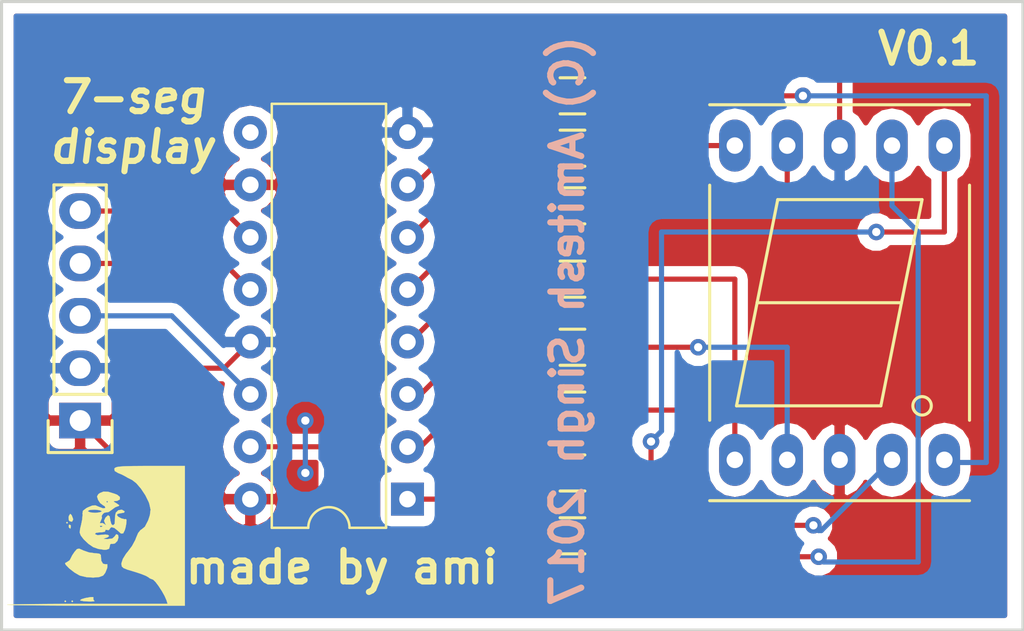
<source format=kicad_pcb>
(kicad_pcb (version 20160815) (host pcbnew "(2017-01-24 revision 0b6147e)-makepkg")

  (general
    (links 25)
    (no_connects 0)
    (area 109.144999 76.124999 158.825001 106.755001)
    (thickness 1.6)
    (drawings 7)
    (tracks 107)
    (zones 0)
    (modules 12)
    (nets 23)
  )

  (page A4)
  (title_block
    (title "7 segment display breakout")
    (date 2017-01-27)
    (rev 0.01)
    (company "Amitesh Singh")
  )

  (layers
    (0 F.Cu signal)
    (31 B.Cu signal)
    (32 B.Adhes user)
    (33 F.Adhes user)
    (34 B.Paste user)
    (35 F.Paste user)
    (36 B.SilkS user)
    (37 F.SilkS user)
    (38 B.Mask user)
    (39 F.Mask user)
    (40 Dwgs.User user)
    (41 Cmts.User user)
    (42 Eco1.User user)
    (43 Eco2.User user)
    (44 Edge.Cuts user)
    (45 Margin user)
    (46 B.CrtYd user)
    (47 F.CrtYd user)
    (48 B.Fab user)
    (49 F.Fab user)
  )

  (setup
    (last_trace_width 0.25)
    (trace_clearance 0.2)
    (zone_clearance 0.508)
    (zone_45_only no)
    (trace_min 0.2)
    (segment_width 0.2)
    (edge_width 0.15)
    (via_size 0.8)
    (via_drill 0.4)
    (via_min_size 0.4)
    (via_min_drill 0.3)
    (uvia_size 0.3)
    (uvia_drill 0.1)
    (uvias_allowed no)
    (uvia_min_size 0.2)
    (uvia_min_drill 0.1)
    (pcb_text_width 0.3)
    (pcb_text_size 1.5 1.5)
    (mod_edge_width 0.15)
    (mod_text_size 1 1)
    (mod_text_width 0.15)
    (pad_size 1.524 1.524)
    (pad_drill 0.762)
    (pad_to_mask_clearance 0.2)
    (aux_axis_origin 0 0)
    (grid_origin 105.156 73.914)
    (visible_elements 7FFFFFFF)
    (pcbplotparams
      (layerselection 0x3ffff_ffffffff)
      (usegerberextensions true)
      (excludeedgelayer true)
      (linewidth 0.100000)
      (plotframeref false)
      (viasonmask false)
      (mode 1)
      (useauxorigin false)
      (hpglpennumber 1)
      (hpglpenspeed 20)
      (hpglpendiameter 15)
      (psnegative false)
      (psa4output false)
      (plotreference true)
      (plotvalue true)
      (plotinvisibletext false)
      (padsonsilk false)
      (subtractmaskfromsilk false)
      (outputformat 1)
      (mirror false)
      (drillshape 0)
      (scaleselection 1)
      (outputdirectory gerbers/))
  )

  (net 0 "")
  (net 1 /DATA)
  (net 2 /CLOCK)
  (net 3 /LATCH)
  (net 4 GND)
  (net 5 VCC)
  (net 6 "Net-(R1-Pad2)")
  (net 7 /seg7)
  (net 8 /seg6)
  (net 9 "Net-(R2-Pad2)")
  (net 10 "Net-(R3-Pad2)")
  (net 11 /seg5)
  (net 12 /seg4)
  (net 13 "Net-(R4-Pad2)")
  (net 14 "Net-(R5-Pad2)")
  (net 15 /seg3)
  (net 16 /seg2)
  (net 17 "Net-(R6-Pad2)")
  (net 18 "Net-(R7-Pad2)")
  (net 19 /seg1)
  (net 20 /seg0)
  (net 21 "Net-(R8-Pad2)")
  (net 22 "Net-(U1-Pad9)")

  (net_class Default "This is the default net class."
    (clearance 0.2)
    (trace_width 0.25)
    (via_dia 0.8)
    (via_drill 0.4)
    (uvia_dia 0.3)
    (uvia_drill 0.1)
    (add_net /CLOCK)
    (add_net /DATA)
    (add_net /LATCH)
    (add_net /seg0)
    (add_net /seg1)
    (add_net /seg2)
    (add_net /seg3)
    (add_net /seg4)
    (add_net /seg5)
    (add_net /seg6)
    (add_net /seg7)
    (add_net GND)
    (add_net "Net-(R1-Pad2)")
    (add_net "Net-(R2-Pad2)")
    (add_net "Net-(R3-Pad2)")
    (add_net "Net-(R4-Pad2)")
    (add_net "Net-(R5-Pad2)")
    (add_net "Net-(R6-Pad2)")
    (add_net "Net-(R7-Pad2)")
    (add_net "Net-(R8-Pad2)")
    (add_net "Net-(U1-Pad9)")
    (add_net VCC)
  )

  (module Displays_7-Segment:7SegmentLED_LTS6760_LTS6780 (layer F.Cu) (tedit 588B8C40) (tstamp 588B71C0)
    (at 149.86 90.805)
    (path /588A3D59)
    (fp_text reference S1 (at -0.254 -0.381) (layer F.SilkS) hide
      (effects (font (size 1 1) (thickness 0.15)))
    )
    (fp_text value 7SEGM (at 0.254 3.937) (layer F.Fab) hide
      (effects (font (size 1 1) (thickness 0.15)))
    )
    (fp_line (start -6.3 -9.6) (end 6.3 -9.6) (layer F.SilkS) (width 0.15))
    (fp_line (start 6.3 -5.7) (end 6.3 5.7) (layer F.SilkS) (width 0.15))
    (fp_line (start -6.3 -5.7) (end -6.3 5.7) (layer F.SilkS) (width 0.15))
    (fp_line (start 6.3 9.6) (end -6.3 9.6) (layer F.SilkS) (width 0.15))
    (fp_line (start -3 -5) (end 4 -5) (layer F.SilkS) (width 0.15))
    (fp_line (start 3 0) (end -4 0) (layer F.SilkS) (width 0.15))
    (fp_line (start 4 -5) (end 3 0) (layer F.SilkS) (width 0.15))
    (fp_line (start 2 5) (end 3 0) (layer F.SilkS) (width 0.15))
    (fp_line (start -5 5) (end 2 5) (layer F.SilkS) (width 0.15))
    (fp_line (start -4 0) (end -5 5) (layer F.SilkS) (width 0.15))
    (fp_line (start -3 -5) (end -4 0) (layer F.SilkS) (width 0.15))
    (fp_circle (center 4 5) (end 4.4 5.2) (layer F.SilkS) (width 0.15))
    (pad 10 thru_hole oval (at -5.08 -7.62) (size 1.524 2.524) (drill 0.8) (layers *.Cu *.Mask)
      (net 9 "Net-(R2-Pad2)"))
    (pad 9 thru_hole oval (at -2.54 -7.62) (size 1.524 2.524) (drill 0.8) (layers *.Cu *.Mask)
      (net 10 "Net-(R3-Pad2)"))
    (pad 8 thru_hole oval (at 0 -7.62) (size 1.524 2.524) (drill 0.8) (layers *.Cu *.Mask)
      (net 4 GND))
    (pad 7 thru_hole oval (at 2.54 -7.62) (size 1.524 2.524) (drill 0.8) (layers *.Cu *.Mask)
      (net 21 "Net-(R8-Pad2)"))
    (pad 6 thru_hole oval (at 5.08 -7.62) (size 1.524 2.524) (drill 0.8) (layers *.Cu *.Mask)
      (net 18 "Net-(R7-Pad2)"))
    (pad 5 thru_hole oval (at 5.08 7.62) (size 1.524 2.524) (drill 0.8) (layers *.Cu *.Mask)
      (net 6 "Net-(R1-Pad2)"))
    (pad 4 thru_hole oval (at 2.54 7.62) (size 1.524 2.524) (drill 0.8) (layers *.Cu *.Mask)
      (net 17 "Net-(R6-Pad2)"))
    (pad 3 thru_hole oval (at 0 7.62) (size 1.524 2.524) (drill 0.8) (layers *.Cu *.Mask)
      (net 5 VCC))
    (pad 2 thru_hole oval (at -2.54 7.62) (size 1.524 2.524) (drill 0.8) (layers *.Cu *.Mask)
      (net 14 "Net-(R5-Pad2)"))
    (pad 1 thru_hole oval (at -5.08 7.62) (size 1.524 2.524) (drill 0.8) (layers *.Cu *.Mask)
      (net 13 "Net-(R4-Pad2)"))
    (model Displays_7-Segment.3dshapes/7SegmentLED_LTS6760_LTS6780.wrl
      (at (xyz 0 0 0))
      (scale (xyz 0.3937 0.3937 0.3937))
      (rotate (xyz 0 0 0))
    )
  )

  (module Housings_DIP:DIP-16_W7.62mm (layer F.Cu) (tedit 588B8D06) (tstamp 588B71D4)
    (at 128.905 100.33 180)
    (descr "16-lead dip package, row spacing 7.62 mm (300 mils)")
    (tags "DIL DIP PDIP 2.54mm 7.62mm 300mil")
    (path /588A3EED)
    (fp_text reference U1 (at 3.81 -2.39 180) (layer F.SilkS) hide
      (effects (font (size 1 1) (thickness 0.15)))
    )
    (fp_text value 74HC595 (at 3.81 20.17 180) (layer F.Fab)
      (effects (font (size 1 1) (thickness 0.15)))
    )
    (fp_line (start 8.7 -1.6) (end -1.1 -1.6) (layer F.CrtYd) (width 0.05))
    (fp_line (start 8.7 19.3) (end 8.7 -1.6) (layer F.CrtYd) (width 0.05))
    (fp_line (start -1.1 19.3) (end 8.7 19.3) (layer F.CrtYd) (width 0.05))
    (fp_line (start -1.1 -1.6) (end -1.1 19.3) (layer F.CrtYd) (width 0.05))
    (fp_line (start 6.58 -1.39) (end 4.81 -1.39) (layer F.SilkS) (width 0.12))
    (fp_line (start 6.58 19.17) (end 6.58 -1.39) (layer F.SilkS) (width 0.12))
    (fp_line (start 1.04 19.17) (end 6.58 19.17) (layer F.SilkS) (width 0.12))
    (fp_line (start 1.04 -1.39) (end 1.04 19.17) (layer F.SilkS) (width 0.12))
    (fp_line (start 2.81 -1.39) (end 1.04 -1.39) (layer F.SilkS) (width 0.12))
    (fp_line (start 0.635 -0.27) (end 1.635 -1.27) (layer F.Fab) (width 0.1))
    (fp_line (start 0.635 19.05) (end 0.635 -0.27) (layer F.Fab) (width 0.1))
    (fp_line (start 6.985 19.05) (end 0.635 19.05) (layer F.Fab) (width 0.1))
    (fp_line (start 6.985 -1.27) (end 6.985 19.05) (layer F.Fab) (width 0.1))
    (fp_line (start 1.635 -1.27) (end 6.985 -1.27) (layer F.Fab) (width 0.1))
    (fp_arc (start 3.81 -1.39) (end 2.81 -1.39) (angle -180) (layer F.SilkS) (width 0.12))
    (pad 16 thru_hole oval (at 7.62 0 180) (size 1.6 1.6) (drill 0.8) (layers *.Cu *.Mask)
      (net 5 VCC))
    (pad 8 thru_hole oval (at 0 17.78 180) (size 1.6 1.6) (drill 0.8) (layers *.Cu *.Mask)
      (net 4 GND))
    (pad 15 thru_hole oval (at 7.62 2.54 180) (size 1.6 1.6) (drill 0.8) (layers *.Cu *.Mask)
      (net 20 /seg0))
    (pad 7 thru_hole oval (at 0 15.24 180) (size 1.6 1.6) (drill 0.8) (layers *.Cu *.Mask)
      (net 7 /seg7))
    (pad 14 thru_hole oval (at 7.62 5.08 180) (size 1.6 1.6) (drill 0.8) (layers *.Cu *.Mask)
      (net 3 /LATCH))
    (pad 6 thru_hole oval (at 0 12.7 180) (size 1.6 1.6) (drill 0.8) (layers *.Cu *.Mask)
      (net 8 /seg6))
    (pad 13 thru_hole oval (at 7.62 7.62 180) (size 1.6 1.6) (drill 0.8) (layers *.Cu *.Mask)
      (net 4 GND))
    (pad 5 thru_hole oval (at 0 10.16 180) (size 1.6 1.6) (drill 0.8) (layers *.Cu *.Mask)
      (net 11 /seg5))
    (pad 12 thru_hole oval (at 7.62 10.16 180) (size 1.6 1.6) (drill 0.8) (layers *.Cu *.Mask)
      (net 2 /CLOCK))
    (pad 4 thru_hole oval (at 0 7.62 180) (size 1.6 1.6) (drill 0.8) (layers *.Cu *.Mask)
      (net 12 /seg4))
    (pad 11 thru_hole oval (at 7.62 12.7 180) (size 1.6 1.6) (drill 0.8) (layers *.Cu *.Mask)
      (net 1 /DATA))
    (pad 3 thru_hole oval (at 0 5.08 180) (size 1.6 1.6) (drill 0.8) (layers *.Cu *.Mask)
      (net 15 /seg3))
    (pad 10 thru_hole oval (at 7.62 15.24 180) (size 1.6 1.6) (drill 0.8) (layers *.Cu *.Mask)
      (net 5 VCC))
    (pad 2 thru_hole oval (at 0 2.54 180) (size 1.6 1.6) (drill 0.8) (layers *.Cu *.Mask)
      (net 16 /seg2))
    (pad 9 thru_hole oval (at 7.62 17.78 180) (size 1.6 1.6) (drill 0.8) (layers *.Cu *.Mask)
      (net 22 "Net-(U1-Pad9)"))
    (pad 1 thru_hole rect (at 0 0 180) (size 1.6 1.6) (drill 0.8) (layers *.Cu *.Mask)
      (net 19 /seg1))
    (model Housings_DIP.3dshapes/DIP-16_W7.62mm.wrl
      (at (xyz 0 0 0))
      (scale (xyz 1 1 1))
      (rotate (xyz 0 0 0))
    )
  )

  (module Socket_Strips:Socket_Strip_Straight_1x05 (layer F.Cu) (tedit 588B8D11) (tstamp 588B7182)
    (at 113.03 96.52 90)
    (descr "Through hole socket strip")
    (tags "socket strip")
    (path /588A3BE1)
    (fp_text reference P1 (at -2.54 0 180) (layer F.SilkS) hide
      (effects (font (size 1 1) (thickness 0.15)))
    )
    (fp_text value CONN_01X05 (at 12.7 2.54 180) (layer F.Fab) hide
      (effects (font (size 1 1) (thickness 0.15)))
    )
    (fp_line (start -1.55 -1.55) (end -1.55 1.55) (layer F.SilkS) (width 0.15))
    (fp_line (start 0 -1.55) (end -1.55 -1.55) (layer F.SilkS) (width 0.15))
    (fp_line (start 1.27 1.27) (end 1.27 -1.27) (layer F.SilkS) (width 0.15))
    (fp_line (start -1.55 1.55) (end 0 1.55) (layer F.SilkS) (width 0.15))
    (fp_line (start 11.43 -1.27) (end 1.27 -1.27) (layer F.SilkS) (width 0.15))
    (fp_line (start 11.43 1.27) (end 11.43 -1.27) (layer F.SilkS) (width 0.15))
    (fp_line (start 1.27 1.27) (end 11.43 1.27) (layer F.SilkS) (width 0.15))
    (fp_line (start -1.75 1.75) (end 11.95 1.75) (layer F.CrtYd) (width 0.05))
    (fp_line (start -1.75 -1.75) (end 11.95 -1.75) (layer F.CrtYd) (width 0.05))
    (fp_line (start 11.95 -1.75) (end 11.95 1.75) (layer F.CrtYd) (width 0.05))
    (fp_line (start -1.75 -1.75) (end -1.75 1.75) (layer F.CrtYd) (width 0.05))
    (pad 5 thru_hole oval (at 10.16 0 90) (size 1.7272 2.032) (drill 1.016) (layers *.Cu *.Mask)
      (net 1 /DATA))
    (pad 4 thru_hole oval (at 7.62 0 90) (size 1.7272 2.032) (drill 1.016) (layers *.Cu *.Mask)
      (net 2 /CLOCK))
    (pad 3 thru_hole oval (at 5.08 0 90) (size 1.7272 2.032) (drill 1.016) (layers *.Cu *.Mask)
      (net 3 /LATCH))
    (pad 2 thru_hole oval (at 2.54 0 90) (size 1.7272 2.032) (drill 1.016) (layers *.Cu *.Mask)
      (net 4 GND))
    (pad 1 thru_hole rect (at 0 0 90) (size 1.7272 2.032) (drill 1.016) (layers *.Cu *.Mask)
      (net 5 VCC))
    (model Socket_Strips.3dshapes/Socket_Strip_Straight_1x05.wrl
      (at (xyz 0.2 0 0))
      (scale (xyz 1 1 1))
      (rotate (xyz 0 0 180))
    )
  )

  (module Resistors_SMD:R_0805 (layer F.Cu) (tedit 588B8BF4) (tstamp 588B7188)
    (at 136.906 80.772)
    (descr "Resistor SMD 0805, reflow soldering, Vishay (see dcrcw.pdf)")
    (tags "resistor 0805")
    (path /588A3F9D)
    (attr smd)
    (fp_text reference R1 (at 0 -2.1) (layer F.SilkS) hide
      (effects (font (size 1 1) (thickness 0.15)))
    )
    (fp_text value 220 (at 0 2.1) (layer F.Fab) hide
      (effects (font (size 1 1) (thickness 0.15)))
    )
    (fp_line (start -0.6 -0.875) (end 0.6 -0.875) (layer F.SilkS) (width 0.15))
    (fp_line (start 0.6 0.875) (end -0.6 0.875) (layer F.SilkS) (width 0.15))
    (fp_line (start 1.6 -1) (end 1.6 1) (layer F.CrtYd) (width 0.05))
    (fp_line (start -1.6 -1) (end -1.6 1) (layer F.CrtYd) (width 0.05))
    (fp_line (start -1.6 1) (end 1.6 1) (layer F.CrtYd) (width 0.05))
    (fp_line (start -1.6 -1) (end 1.6 -1) (layer F.CrtYd) (width 0.05))
    (fp_line (start -1 -0.625) (end 1 -0.625) (layer F.Fab) (width 0.1))
    (fp_line (start 1 -0.625) (end 1 0.625) (layer F.Fab) (width 0.1))
    (fp_line (start 1 0.625) (end -1 0.625) (layer F.Fab) (width 0.1))
    (fp_line (start -1 0.625) (end -1 -0.625) (layer F.Fab) (width 0.1))
    (pad 2 smd rect (at 0.95 0) (size 0.7 1.3) (layers F.Cu F.Paste F.Mask)
      (net 6 "Net-(R1-Pad2)"))
    (pad 1 smd rect (at -0.95 0) (size 0.7 1.3) (layers F.Cu F.Paste F.Mask)
      (net 7 /seg7))
    (model Resistors_SMD.3dshapes/R_0805.wrl
      (at (xyz 0 0 0))
      (scale (xyz 1 1 1))
      (rotate (xyz 0 0 0))
    )
  )

  (module Resistors_SMD:R_0805 (layer F.Cu) (tedit 588B8BF9) (tstamp 588B718E)
    (at 136.906 83.312)
    (descr "Resistor SMD 0805, reflow soldering, Vishay (see dcrcw.pdf)")
    (tags "resistor 0805")
    (path /588A40FD)
    (attr smd)
    (fp_text reference R2 (at 0 -2.1) (layer F.SilkS) hide
      (effects (font (size 1 1) (thickness 0.15)))
    )
    (fp_text value 220 (at 0 2.1) (layer F.Fab) hide
      (effects (font (size 1 1) (thickness 0.15)))
    )
    (fp_line (start -1 0.625) (end -1 -0.625) (layer F.Fab) (width 0.1))
    (fp_line (start 1 0.625) (end -1 0.625) (layer F.Fab) (width 0.1))
    (fp_line (start 1 -0.625) (end 1 0.625) (layer F.Fab) (width 0.1))
    (fp_line (start -1 -0.625) (end 1 -0.625) (layer F.Fab) (width 0.1))
    (fp_line (start -1.6 -1) (end 1.6 -1) (layer F.CrtYd) (width 0.05))
    (fp_line (start -1.6 1) (end 1.6 1) (layer F.CrtYd) (width 0.05))
    (fp_line (start -1.6 -1) (end -1.6 1) (layer F.CrtYd) (width 0.05))
    (fp_line (start 1.6 -1) (end 1.6 1) (layer F.CrtYd) (width 0.05))
    (fp_line (start 0.6 0.875) (end -0.6 0.875) (layer F.SilkS) (width 0.15))
    (fp_line (start -0.6 -0.875) (end 0.6 -0.875) (layer F.SilkS) (width 0.15))
    (pad 1 smd rect (at -0.95 0) (size 0.7 1.3) (layers F.Cu F.Paste F.Mask)
      (net 8 /seg6))
    (pad 2 smd rect (at 0.95 0) (size 0.7 1.3) (layers F.Cu F.Paste F.Mask)
      (net 9 "Net-(R2-Pad2)"))
    (model Resistors_SMD.3dshapes/R_0805.wrl
      (at (xyz 0 0 0))
      (scale (xyz 1 1 1))
      (rotate (xyz 0 0 0))
    )
  )

  (module Resistors_SMD:R_0805 (layer F.Cu) (tedit 588B8C7A) (tstamp 588B7194)
    (at 136.906 86.106)
    (descr "Resistor SMD 0805, reflow soldering, Vishay (see dcrcw.pdf)")
    (tags "resistor 0805")
    (path /588A4129)
    (attr smd)
    (fp_text reference R3 (at 0 -2.1) (layer F.SilkS) hide
      (effects (font (size 1 1) (thickness 0.15)))
    )
    (fp_text value 220 (at 0 2.1) (layer F.Fab) hide
      (effects (font (size 1 1) (thickness 0.15)))
    )
    (fp_line (start -0.6 -0.875) (end 0.6 -0.875) (layer F.SilkS) (width 0.15))
    (fp_line (start 0.6 0.875) (end -0.6 0.875) (layer F.SilkS) (width 0.15))
    (fp_line (start 1.6 -1) (end 1.6 1) (layer F.CrtYd) (width 0.05))
    (fp_line (start -1.6 -1) (end -1.6 1) (layer F.CrtYd) (width 0.05))
    (fp_line (start -1.6 1) (end 1.6 1) (layer F.CrtYd) (width 0.05))
    (fp_line (start -1.6 -1) (end 1.6 -1) (layer F.CrtYd) (width 0.05))
    (fp_line (start -1 -0.625) (end 1 -0.625) (layer F.Fab) (width 0.1))
    (fp_line (start 1 -0.625) (end 1 0.625) (layer F.Fab) (width 0.1))
    (fp_line (start 1 0.625) (end -1 0.625) (layer F.Fab) (width 0.1))
    (fp_line (start -1 0.625) (end -1 -0.625) (layer F.Fab) (width 0.1))
    (pad 2 smd rect (at 0.95 0) (size 0.7 1.3) (layers F.Cu F.Paste F.Mask)
      (net 10 "Net-(R3-Pad2)"))
    (pad 1 smd rect (at -0.95 0) (size 0.7 1.3) (layers F.Cu F.Paste F.Mask)
      (net 11 /seg5))
    (model Resistors_SMD.3dshapes/R_0805.wrl
      (at (xyz 0 0 0))
      (scale (xyz 1 1 1))
      (rotate (xyz 0 0 0))
    )
  )

  (module Resistors_SMD:R_0805 (layer F.Cu) (tedit 588B8C73) (tstamp 588B719A)
    (at 136.906 89.662)
    (descr "Resistor SMD 0805, reflow soldering, Vishay (see dcrcw.pdf)")
    (tags "resistor 0805")
    (path /588A417B)
    (attr smd)
    (fp_text reference R4 (at 0 -2.1) (layer F.SilkS) hide
      (effects (font (size 1 1) (thickness 0.15)))
    )
    (fp_text value 220 (at 0 2.1) (layer F.Fab) hide
      (effects (font (size 1 1) (thickness 0.15)))
    )
    (fp_line (start -1 0.625) (end -1 -0.625) (layer F.Fab) (width 0.1))
    (fp_line (start 1 0.625) (end -1 0.625) (layer F.Fab) (width 0.1))
    (fp_line (start 1 -0.625) (end 1 0.625) (layer F.Fab) (width 0.1))
    (fp_line (start -1 -0.625) (end 1 -0.625) (layer F.Fab) (width 0.1))
    (fp_line (start -1.6 -1) (end 1.6 -1) (layer F.CrtYd) (width 0.05))
    (fp_line (start -1.6 1) (end 1.6 1) (layer F.CrtYd) (width 0.05))
    (fp_line (start -1.6 -1) (end -1.6 1) (layer F.CrtYd) (width 0.05))
    (fp_line (start 1.6 -1) (end 1.6 1) (layer F.CrtYd) (width 0.05))
    (fp_line (start 0.6 0.875) (end -0.6 0.875) (layer F.SilkS) (width 0.15))
    (fp_line (start -0.6 -0.875) (end 0.6 -0.875) (layer F.SilkS) (width 0.15))
    (pad 1 smd rect (at -0.95 0) (size 0.7 1.3) (layers F.Cu F.Paste F.Mask)
      (net 12 /seg4))
    (pad 2 smd rect (at 0.95 0) (size 0.7 1.3) (layers F.Cu F.Paste F.Mask)
      (net 13 "Net-(R4-Pad2)"))
    (model Resistors_SMD.3dshapes/R_0805.wrl
      (at (xyz 0 0 0))
      (scale (xyz 1 1 1))
      (rotate (xyz 0 0 0))
    )
  )

  (module Resistors_SMD:R_0805 (layer F.Cu) (tedit 588B8C48) (tstamp 588B71A0)
    (at 136.906 92.964)
    (descr "Resistor SMD 0805, reflow soldering, Vishay (see dcrcw.pdf)")
    (tags "resistor 0805")
    (path /588A41A8)
    (attr smd)
    (fp_text reference R5 (at 0 -2.1) (layer F.SilkS) hide
      (effects (font (size 1 1) (thickness 0.15)))
    )
    (fp_text value 220 (at 0 2.1) (layer F.Fab) hide
      (effects (font (size 1 1) (thickness 0.15)))
    )
    (fp_line (start -0.6 -0.875) (end 0.6 -0.875) (layer F.SilkS) (width 0.15))
    (fp_line (start 0.6 0.875) (end -0.6 0.875) (layer F.SilkS) (width 0.15))
    (fp_line (start 1.6 -1) (end 1.6 1) (layer F.CrtYd) (width 0.05))
    (fp_line (start -1.6 -1) (end -1.6 1) (layer F.CrtYd) (width 0.05))
    (fp_line (start -1.6 1) (end 1.6 1) (layer F.CrtYd) (width 0.05))
    (fp_line (start -1.6 -1) (end 1.6 -1) (layer F.CrtYd) (width 0.05))
    (fp_line (start -1 -0.625) (end 1 -0.625) (layer F.Fab) (width 0.1))
    (fp_line (start 1 -0.625) (end 1 0.625) (layer F.Fab) (width 0.1))
    (fp_line (start 1 0.625) (end -1 0.625) (layer F.Fab) (width 0.1))
    (fp_line (start -1 0.625) (end -1 -0.625) (layer F.Fab) (width 0.1))
    (pad 2 smd rect (at 0.95 0) (size 0.7 1.3) (layers F.Cu F.Paste F.Mask)
      (net 14 "Net-(R5-Pad2)"))
    (pad 1 smd rect (at -0.95 0) (size 0.7 1.3) (layers F.Cu F.Paste F.Mask)
      (net 15 /seg3))
    (model Resistors_SMD.3dshapes/R_0805.wrl
      (at (xyz 0 0 0))
      (scale (xyz 1 1 1))
      (rotate (xyz 0 0 0))
    )
  )

  (module Resistors_SMD:R_0805 (layer F.Cu) (tedit 588B8C4D) (tstamp 588B71A6)
    (at 136.906 96.012)
    (descr "Resistor SMD 0805, reflow soldering, Vishay (see dcrcw.pdf)")
    (tags "resistor 0805")
    (path /588A41D8)
    (attr smd)
    (fp_text reference R6 (at 0 -2.1) (layer F.SilkS) hide
      (effects (font (size 1 1) (thickness 0.15)))
    )
    (fp_text value 220 (at 0 2.1) (layer F.Fab) hide
      (effects (font (size 1 1) (thickness 0.15)))
    )
    (fp_line (start -1 0.625) (end -1 -0.625) (layer F.Fab) (width 0.1))
    (fp_line (start 1 0.625) (end -1 0.625) (layer F.Fab) (width 0.1))
    (fp_line (start 1 -0.625) (end 1 0.625) (layer F.Fab) (width 0.1))
    (fp_line (start -1 -0.625) (end 1 -0.625) (layer F.Fab) (width 0.1))
    (fp_line (start -1.6 -1) (end 1.6 -1) (layer F.CrtYd) (width 0.05))
    (fp_line (start -1.6 1) (end 1.6 1) (layer F.CrtYd) (width 0.05))
    (fp_line (start -1.6 -1) (end -1.6 1) (layer F.CrtYd) (width 0.05))
    (fp_line (start 1.6 -1) (end 1.6 1) (layer F.CrtYd) (width 0.05))
    (fp_line (start 0.6 0.875) (end -0.6 0.875) (layer F.SilkS) (width 0.15))
    (fp_line (start -0.6 -0.875) (end 0.6 -0.875) (layer F.SilkS) (width 0.15))
    (pad 1 smd rect (at -0.95 0) (size 0.7 1.3) (layers F.Cu F.Paste F.Mask)
      (net 16 /seg2))
    (pad 2 smd rect (at 0.95 0) (size 0.7 1.3) (layers F.Cu F.Paste F.Mask)
      (net 17 "Net-(R6-Pad2)"))
    (model Resistors_SMD.3dshapes/R_0805.wrl
      (at (xyz 0 0 0))
      (scale (xyz 1 1 1))
      (rotate (xyz 0 0 0))
    )
  )

  (module Resistors_SMD:R_0805 (layer F.Cu) (tedit 588B8C53) (tstamp 588B71AC)
    (at 136.906 99.06)
    (descr "Resistor SMD 0805, reflow soldering, Vishay (see dcrcw.pdf)")
    (tags "resistor 0805")
    (path /588A420B)
    (attr smd)
    (fp_text reference R7 (at 0 -2.1) (layer F.SilkS) hide
      (effects (font (size 1 1) (thickness 0.15)))
    )
    (fp_text value 220 (at 0 2.1) (layer F.Fab) hide
      (effects (font (size 1 1) (thickness 0.15)))
    )
    (fp_line (start -0.6 -0.875) (end 0.6 -0.875) (layer F.SilkS) (width 0.15))
    (fp_line (start 0.6 0.875) (end -0.6 0.875) (layer F.SilkS) (width 0.15))
    (fp_line (start 1.6 -1) (end 1.6 1) (layer F.CrtYd) (width 0.05))
    (fp_line (start -1.6 -1) (end -1.6 1) (layer F.CrtYd) (width 0.05))
    (fp_line (start -1.6 1) (end 1.6 1) (layer F.CrtYd) (width 0.05))
    (fp_line (start -1.6 -1) (end 1.6 -1) (layer F.CrtYd) (width 0.05))
    (fp_line (start -1 -0.625) (end 1 -0.625) (layer F.Fab) (width 0.1))
    (fp_line (start 1 -0.625) (end 1 0.625) (layer F.Fab) (width 0.1))
    (fp_line (start 1 0.625) (end -1 0.625) (layer F.Fab) (width 0.1))
    (fp_line (start -1 0.625) (end -1 -0.625) (layer F.Fab) (width 0.1))
    (pad 2 smd rect (at 0.95 0) (size 0.7 1.3) (layers F.Cu F.Paste F.Mask)
      (net 18 "Net-(R7-Pad2)"))
    (pad 1 smd rect (at -0.95 0) (size 0.7 1.3) (layers F.Cu F.Paste F.Mask)
      (net 19 /seg1))
    (model Resistors_SMD.3dshapes/R_0805.wrl
      (at (xyz 0 0 0))
      (scale (xyz 1 1 1))
      (rotate (xyz 0 0 0))
    )
  )

  (module Resistors_SMD:R_0805 (layer F.Cu) (tedit 588B8C61) (tstamp 588B71B2)
    (at 136.906 102.108)
    (descr "Resistor SMD 0805, reflow soldering, Vishay (see dcrcw.pdf)")
    (tags "resistor 0805")
    (path /588A4241)
    (attr smd)
    (fp_text reference R8 (at 0 -2.1) (layer F.SilkS) hide
      (effects (font (size 1 1) (thickness 0.15)))
    )
    (fp_text value 220 (at 0 2.1) (layer F.Fab) hide
      (effects (font (size 1 1) (thickness 0.15)))
    )
    (fp_line (start -1 0.625) (end -1 -0.625) (layer F.Fab) (width 0.1))
    (fp_line (start 1 0.625) (end -1 0.625) (layer F.Fab) (width 0.1))
    (fp_line (start 1 -0.625) (end 1 0.625) (layer F.Fab) (width 0.1))
    (fp_line (start -1 -0.625) (end 1 -0.625) (layer F.Fab) (width 0.1))
    (fp_line (start -1.6 -1) (end 1.6 -1) (layer F.CrtYd) (width 0.05))
    (fp_line (start -1.6 1) (end 1.6 1) (layer F.CrtYd) (width 0.05))
    (fp_line (start -1.6 -1) (end -1.6 1) (layer F.CrtYd) (width 0.05))
    (fp_line (start 1.6 -1) (end 1.6 1) (layer F.CrtYd) (width 0.05))
    (fp_line (start 0.6 0.875) (end -0.6 0.875) (layer F.SilkS) (width 0.15))
    (fp_line (start -0.6 -0.875) (end 0.6 -0.875) (layer F.SilkS) (width 0.15))
    (pad 1 smd rect (at -0.95 0) (size 0.7 1.3) (layers F.Cu F.Paste F.Mask)
      (net 20 /seg0))
    (pad 2 smd rect (at 0.95 0) (size 0.7 1.3) (layers F.Cu F.Paste F.Mask)
      (net 21 "Net-(R8-Pad2)"))
    (model Resistors_SMD.3dshapes/R_0805.wrl
      (at (xyz 0 0 0))
      (scale (xyz 1 1 1))
      (rotate (xyz 0 0 0))
    )
  )

  (module led2layer:superme (layer F.Cu) (tedit 588CE495) (tstamp 588CE323)
    (at 113.792 102.108)
    (fp_text reference G*** (at 0 0) (layer F.SilkS) hide
      (effects (font (thickness 0.3)))
    )
    (fp_text value "made by ami" (at 11.938 1.524) (layer F.SilkS)
      (effects (font (thickness 0.3)))
    )
    (fp_poly (pts (xy -1.174848 -1.001932) (xy -1.108553 -0.835263) (xy -1.101964 -0.783166) (xy -1.154454 -0.687075)
      (xy -1.261268 -0.703585) (xy -1.307612 -0.754359) (xy -1.321651 -0.891512) (xy -1.300826 -0.973125)
      (xy -1.241858 -1.063868) (xy -1.174848 -1.001932)) (layer F.SilkS) (width 0.01))
    (fp_poly (pts (xy -1.354667 -0.635) (xy -1.397 -0.592666) (xy -1.439334 -0.635) (xy -1.397 -0.677333)
      (xy -1.354667 -0.635)) (layer F.SilkS) (width 0.01))
    (fp_poly (pts (xy -1.222468 -0.515682) (xy -1.213556 -0.461942) (xy -1.232025 -0.346905) (xy -1.293325 -0.393625)
      (xy -1.308718 -0.417483) (xy -1.304455 -0.524221) (xy -1.285493 -0.540758) (xy -1.222468 -0.515682)) (layer F.SilkS) (width 0.01))
    (fp_poly (pts (xy 0.599715 -2.134372) (xy 0.911081 -2.038929) (xy 1.037166 -1.989426) (xy 1.167461 -1.881387)
      (xy 1.162036 -1.761872) (xy 1.029634 -1.692658) (xy 0.994833 -1.690333) (xy 0.868566 -1.682959)
      (xy 0.880286 -1.647657) (xy 1.016 -1.566333) (xy 1.137143 -1.47808) (xy 1.103782 -1.442679)
      (xy 1.095464 -1.442333) (xy 0.94105 -1.385676) (xy 0.776868 -1.26568) (xy 0.623349 -1.156396)
      (xy 0.516497 -1.137748) (xy 0.409623 -1.120328) (xy 0.337892 -1.057401) (xy 0.276273 -0.955299)
      (xy 0.288945 -0.931333) (xy 0.297454 -0.868359) (xy 0.24551 -0.740833) (xy 0.194676 -0.622351)
      (xy 0.213574 -0.613099) (xy 0.325194 -0.619887) (xy 0.415543 -0.570765) (xy 0.505205 -0.50776)
      (xy 0.476141 -0.560746) (xy 0.4515 -0.592907) (xy 0.398848 -0.731912) (xy 0.471792 -0.883059)
      (xy 0.591547 -0.994178) (xy 0.669689 -0.941895) (xy 0.707091 -0.725624) (xy 0.707114 -0.725223)
      (xy 0.75408 -0.563375) (xy 0.831881 -0.50806) (xy 0.913935 -0.581838) (xy 0.925563 -0.740833)
      (xy 0.934117 -0.971933) (xy 0.970574 -1.121833) (xy 1.09131 -1.239379) (xy 1.260868 -1.266013)
      (xy 1.394579 -1.189125) (xy 1.397 -1.185333) (xy 1.367024 -1.122551) (xy 1.232663 -1.100666)
      (xy 1.071188 -1.071386) (xy 1.016 -1.013272) (xy 1.085663 -0.923804) (xy 1.239987 -0.84161)
      (xy 1.396976 -0.803943) (xy 1.45309 -0.814692) (xy 1.487392 -0.774007) (xy 1.481946 -0.620595)
      (xy 1.441314 -0.40516) (xy 1.404521 -0.275166) (xy 1.325172 -0.117043) (xy 1.219304 -0.110291)
      (xy 1.059049 -0.253209) (xy 1.058333 -0.254) (xy 0.896313 -0.383263) (xy 0.75405 -0.420317)
      (xy 0.679782 -0.355588) (xy 0.677333 -0.329608) (xy 0.615403 -0.273913) (xy 0.545935 -0.286305)
      (xy 0.458536 -0.292222) (xy 0.466266 -0.25303) (xy 0.429348 -0.196794) (xy 0.25794 -0.170137)
      (xy 0.211666 -0.169333) (xy 0.009146 -0.148731) (xy -0.044548 -0.090596) (xy -0.03927 -0.07971)
      (xy 0.077479 -0.030202) (xy 0.259994 -0.04365) (xy 0.461311 -0.06376) (xy 0.600186 -0.038595)
      (xy 0.644412 0.013937) (xy 0.561786 0.075929) (xy 0.507146 0.093778) (xy 0.381749 0.13362)
      (xy 0.403153 0.152254) (xy 0.574157 0.160894) (xy 0.804189 0.128672) (xy 0.900715 0.042334)
      (xy 0.991026 -0.075065) (xy 1.075142 -0.043102) (xy 1.100666 0.0743) (xy 1.047241 0.246943)
      (xy 0.924174 0.370553) (xy 0.787281 0.393643) (xy 0.765708 0.383292) (xy 0.695404 0.40585)
      (xy 0.677333 0.503003) (xy 0.643188 0.626095) (xy 0.510212 0.672918) (xy 0.402166 0.676812)
      (xy 0.121918 0.635573) (xy -0.127 0.546757) (xy -0.353951 0.391646) (xy -0.576503 0.181687)
      (xy -0.602339 0.151756) (xy -0.731681 -0.017739) (xy -0.780609 -0.157721) (xy -0.761236 -0.340022)
      (xy -0.726476 -0.479778) (xy 0.197555 -0.479778) (xy 0.209177 -0.429443) (xy 0.254 -0.423333)
      (xy 0.32369 -0.454311) (xy 0.310444 -0.479778) (xy 0.209964 -0.489911) (xy 0.197555 -0.479778)
      (xy -0.726476 -0.479778) (xy -0.715968 -0.522022) (xy -0.660159 -0.792024) (xy -0.640938 -1.01317)
      (xy -0.64793 -1.082036) (xy -0.62543 -1.204114) (xy -0.386331 -1.204114) (xy -0.381486 -1.186119)
      (xy -0.270983 -1.135403) (xy -0.061435 -1.114251) (xy 0.001014 -1.115195) (xy 0.198078 -1.138974)
      (xy 0.289154 -1.182671) (xy 0.287839 -1.199076) (xy 0.182833 -1.244031) (xy -0.02455 -1.268502)
      (xy -0.094661 -1.27) (xy -0.305222 -1.252056) (xy -0.386331 -1.204114) (xy -0.62543 -1.204114)
      (xy -0.623635 -1.21385) (xy -0.460956 -1.339383) (xy -0.382569 -1.379201) (xy -0.167508 -1.467551)
      (xy -0.013347 -1.473249) (xy 0.165174 -1.399149) (xy 0.168093 -1.397641) (xy 0.35354 -1.329977)
      (xy 0.459959 -1.345811) (xy 0.462091 -1.348881) (xy 0.436878 -1.434438) (xy 0.361062 -1.475443)
      (xy 0.215341 -1.584564) (xy 0.170875 -1.651) (xy 0.508 -1.651) (xy 0.550333 -1.608666)
      (xy 0.592666 -1.651) (xy 0.550333 -1.693333) (xy 0.508 -1.651) (xy 0.170875 -1.651)
      (xy 0.112621 -1.738035) (xy 0.059154 -1.907252) (xy 0.121908 -2.017901) (xy 0.201843 -2.075683)
      (xy 0.377058 -2.145203) (xy 0.599715 -2.134372)) (layer F.SilkS) (width 0.01))
    (fp_poly (pts (xy -0.638427 0.696059) (xy -0.610657 0.710364) (xy -0.333584 0.806884) (xy -0.041216 0.846667)
      (xy 0.165659 0.864221) (xy 0.244082 0.930096) (xy 0.246309 0.994834) (xy 0.262332 1.209076)
      (xy 0.348042 1.354723) (xy 0.473778 1.382126) (xy 0.476974 1.380945) (xy 0.557863 1.379531)
      (xy 0.562261 1.490911) (xy 0.544479 1.576791) (xy 0.458654 1.791871) (xy 0.354662 1.926167)
      (xy 0.162109 1.999354) (xy -0.12816 2.025034) (xy -0.45155 2.003951) (xy -0.743462 1.936849)
      (xy -0.804334 1.912802) (xy -1.037774 1.776617) (xy -1.27972 1.589056) (xy -1.312334 1.559029)
      (xy -1.462258 1.403416) (xy -1.492103 1.322867) (xy -1.422145 1.288472) (xy -1.272339 1.190234)
      (xy -1.230246 1.116392) (xy -1.144008 0.944686) (xy -1.028387 0.773864) (xy -0.914312 0.645319)
      (xy -0.808973 0.623131) (xy -0.638427 0.696059)) (layer F.SilkS) (width 0.01))
    (fp_poly (pts (xy -0.123116 2.973568) (xy -0.112531 3.02262) (xy -0.122531 3.040769) (xy -0.10438 3.132843)
      (xy -0.064028 3.156069) (xy -0.075412 3.175931) (xy -0.220909 3.185308) (xy -0.359317 3.184467)
      (xy -0.59383 3.168927) (xy -0.738789 3.140046) (xy -0.761484 3.122084) (xy -0.688705 3.071024)
      (xy -0.511422 3.019125) (xy -0.497417 3.01625) (xy -0.242246 2.972044) (xy -0.123116 2.973568)) (layer F.SilkS) (width 0.01))
    (fp_poly (pts (xy -1.100667 3.175) (xy -1.143 3.217334) (xy -1.185334 3.175) (xy -1.143 3.132667)
      (xy -1.100667 3.175)) (layer F.SilkS) (width 0.01))
    (fp_poly (pts (xy -1.439334 3.175) (xy -1.481667 3.217334) (xy -1.524 3.175) (xy -1.481667 3.132667)
      (xy -1.439334 3.175)) (layer F.SilkS) (width 0.01))
    (fp_poly (pts (xy 4.318 3.386667) (xy -0.014112 3.386667) (xy -0.85098 3.385848) (xy -1.632976 3.383496)
      (xy -2.344464 3.37977) (xy -2.969807 3.374827) (xy -3.493371 3.368825) (xy -3.899518 3.361923)
      (xy -4.172613 3.354279) (xy -4.297021 3.34605) (xy -4.302872 3.343316) (xy -4.211925 3.334447)
      (xy -3.968661 3.326199) (xy -3.590095 3.318758) (xy -3.093242 3.312313) (xy -2.495118 3.307049)
      (xy -1.812737 3.303156) (xy -1.063115 3.30082) (xy -0.388637 3.300199) (xy 3.482246 3.300432)
      (xy 3.426447 3.124624) (xy 3.33836 2.921254) (xy 3.19991 2.674949) (xy 3.040775 2.430322)
      (xy 2.890634 2.231989) (xy 2.779164 2.124563) (xy 2.755944 2.116667) (xy 2.615922 2.062118)
      (xy 2.553992 2.012126) (xy 2.424906 1.938697) (xy 2.181789 1.842314) (xy 1.874531 1.742508)
      (xy 1.838558 1.732044) (xy 1.527171 1.638355) (xy 1.346147 1.564754) (xy 1.262095 1.488226)
      (xy 1.241621 1.385758) (xy 1.244432 1.322552) (xy 1.311817 1.119249) (xy 1.464825 0.873366)
      (xy 1.556956 0.76123) (xy 1.75631 0.493924) (xy 1.914345 0.201321) (xy 1.955278 0.091535)
      (xy 2.051101 -0.132736) (xy 2.165889 -0.277111) (xy 2.200698 -0.296132) (xy 2.379044 -0.439029)
      (xy 2.538287 -0.746089) (xy 2.622211 -1.002439) (xy 2.656289 -1.272941) (xy 2.5907 -1.566551)
      (xy 2.564276 -1.637439) (xy 2.402392 -1.96713) (xy 2.189727 -2.287811) (xy 1.962933 -2.551272)
      (xy 1.758662 -2.709306) (xy 1.744278 -2.716) (xy 1.540879 -2.817728) (xy 1.439333 -2.878515)
      (xy 1.264743 -2.970376) (xy 1.081117 -3.04534) (xy 0.91349 -3.145121) (xy 0.899675 -3.256956)
      (xy 0.938361 -3.301971) (xy 1.029329 -3.335469) (xy 1.194012 -3.359052) (xy 1.453843 -3.374324)
      (xy 1.830254 -3.382888) (xy 2.344679 -3.386348) (xy 2.633725 -3.386666) (xy 4.318 -3.386666)
      (xy 4.318 3.386667)) (layer F.SilkS) (width 0.01))
  )

  (gr_text "(C) Amitesh Singh 2017" (at 136.652 91.694 90) (layer B.SilkS)
    (effects (font (size 1.5 1.5) (thickness 0.3)) (justify mirror))
  )
  (gr_text "7-seg\ndisplay" (at 115.57 82.042) (layer F.SilkS)
    (effects (font (size 1.5 1.5) (thickness 0.3) italic))
  )
  (gr_text V0.1 (at 154.178 78.486) (layer F.SilkS)
    (effects (font (size 1.5 1.5) (thickness 0.3)))
  )
  (gr_line (start 109.22 106.68) (end 109.22 76.2) (angle 90) (layer Edge.Cuts) (width 0.15))
  (gr_line (start 158.75 106.68) (end 109.22 106.68) (angle 90) (layer Edge.Cuts) (width 0.15))
  (gr_line (start 158.75 76.2) (end 158.75 106.68) (angle 90) (layer Edge.Cuts) (width 0.15))
  (gr_line (start 109.22 76.2) (end 158.75 76.2) (angle 90) (layer Edge.Cuts) (width 0.15))

  (segment (start 113.03 86.36) (end 120.015 86.36) (width 0.25) (layer F.Cu) (net 1))
  (segment (start 120.015 86.36) (end 121.285 87.63) (width 0.25) (layer F.Cu) (net 1) (tstamp 588B807F))
  (segment (start 113.03 88.9) (end 120.015 88.9) (width 0.25) (layer F.Cu) (net 2))
  (segment (start 120.015 88.9) (end 121.285 90.17) (width 0.25) (layer F.Cu) (net 2) (tstamp 588B8D75))
  (segment (start 113.03 91.44) (end 117.475 91.44) (width 0.25) (layer B.Cu) (net 3))
  (segment (start 117.475 91.44) (end 121.285 95.25) (width 0.25) (layer B.Cu) (net 3) (tstamp 588B8D80))
  (segment (start 113.03 91.44) (end 113.665 91.44) (width 0.25) (layer F.Cu) (net 3) (status 80000))
  (segment (start 113.03 93.98) (end 120.015 93.98) (width 0.25) (layer F.Cu) (net 4))
  (segment (start 120.015 93.98) (end 121.285 92.71) (width 0.25) (layer F.Cu) (net 4) (tstamp 588B8D7A))
  (segment (start 129.032 78.74) (end 149.86 78.74) (width 0.25) (layer F.Cu) (net 4))
  (segment (start 149.86 78.74) (end 149.86 83.185) (width 0.25) (layer F.Cu) (net 4) (tstamp 588B899D))
  (segment (start 110.744 78.74) (end 129.032 78.74) (width 0.25) (layer F.Cu) (net 4))
  (segment (start 128.905 78.867) (end 128.905 82.55) (width 0.25) (layer F.Cu) (net 4) (tstamp 588B8992))
  (segment (start 129.032 78.74) (end 128.905 78.867) (width 0.25) (layer F.Cu) (net 4) (tstamp 588B8990))
  (segment (start 113.03 93.98) (end 110.744 93.98) (width 0.25) (layer F.Cu) (net 4))
  (segment (start 110.744 93.98) (end 110.744 78.74) (width 0.25) (layer F.Cu) (net 4) (tstamp 588B85CA))
  (segment (start 121.285 85.09) (end 123.952 85.09) (width 0.25) (layer F.Cu) (net 5))
  (segment (start 123.952 99.06) (end 123.952 104.648) (width 0.25) (layer F.Cu) (net 5) (tstamp 588B86C1))
  (via (at 123.952 99.06) (size 0.8) (drill 0.4) (layers F.Cu B.Cu) (net 5))
  (segment (start 123.952 96.52) (end 123.952 99.06) (width 0.25) (layer B.Cu) (net 5) (tstamp 588B86BB))
  (via (at 123.952 96.52) (size 0.8) (drill 0.4) (layers F.Cu B.Cu) (net 5))
  (segment (start 123.952 85.09) (end 123.952 96.52) (width 0.25) (layer F.Cu) (net 5) (tstamp 588B86A3))
  (segment (start 116.84 100.33) (end 116.84 104.648) (width 0.25) (layer F.Cu) (net 5))
  (segment (start 149.86 104.648) (end 149.86 98.425) (width 0.25) (layer F.Cu) (net 5) (tstamp 588B8676))
  (segment (start 116.84 104.648) (end 123.952 104.648) (width 0.25) (layer F.Cu) (net 5) (tstamp 588B8673))
  (segment (start 123.952 104.648) (end 149.86 104.648) (width 0.25) (layer F.Cu) (net 5) (tstamp 588B86C5))
  (segment (start 121.285 100.33) (end 116.84 100.33) (width 0.25) (layer F.Cu) (net 5))
  (segment (start 116.84 100.33) (end 113.03 96.52) (width 0.25) (layer F.Cu) (net 5) (tstamp 588B860D))
  (segment (start 138.11 80.772) (end 148.082 80.772) (width 0.25) (layer F.Cu) (net 6))
  (via (at 148.082 80.772) (size 0.8) (drill 0.4) (layers F.Cu B.Cu) (net 6))
  (segment (start 148.082 80.772) (end 156.972 80.772) (width 0.25) (layer B.Cu) (net 6) (tstamp 588B8902))
  (segment (start 156.972 80.772) (end 156.972 96.52) (width 0.25) (layer B.Cu) (net 6) (tstamp 588B8903))
  (segment (start 156.972 96.52) (end 156.972 98.552) (width 0.25) (layer B.Cu) (net 6))
  (segment (start 156.972 98.552) (end 155.067 98.552) (width 0.25) (layer B.Cu) (net 6))
  (segment (start 155.067 98.552) (end 154.94 98.425) (width 0.25) (layer B.Cu) (net 6) (tstamp 588B8940))
  (segment (start 154.94 98.425) (end 154.94 97.79) (width 0.25) (layer B.Cu) (net 6) (status 80000))
  (segment (start 128.905 85.09) (end 129.286 85.09) (width 0.25) (layer F.Cu) (net 7))
  (segment (start 129.286 85.09) (end 133.604 80.772) (width 0.25) (layer F.Cu) (net 7) (tstamp 588B88F2))
  (segment (start 133.604 80.772) (end 136.21 80.772) (width 0.25) (layer F.Cu) (net 7) (tstamp 588B88F7))
  (segment (start 128.905 85.09) (end 129.032 85.09) (width 0.25) (layer F.Cu) (net 7))
  (segment (start 128.905 87.63) (end 129.032 87.63) (width 0.25) (layer F.Cu) (net 8))
  (segment (start 129.032 87.63) (end 133.35 83.312) (width 0.25) (layer F.Cu) (net 8) (tstamp 588B8D19))
  (segment (start 133.35 83.312) (end 135.956 83.312) (width 0.25) (layer F.Cu) (net 8) (tstamp 588B8D1A))
  (segment (start 128.905 87.63) (end 128.905 86.995) (width 0.25) (layer F.Cu) (net 8))
  (segment (start 136.525 83.185) (end 136.21 83.185) (width 0.25) (layer F.Cu) (net 8) (tstamp 588B7D2B) (status 80000))
  (segment (start 144.78 83.185) (end 138.11 83.185) (width 0.25) (layer F.Cu) (net 9))
  (segment (start 147.32 83.185) (end 147.32 86.106) (width 0.25) (layer F.Cu) (net 10))
  (segment (start 147.32 86.106) (end 137.856 86.106) (width 0.25) (layer F.Cu) (net 10) (tstamp 588B8196))
  (segment (start 128.905 90.17) (end 129.032 90.17) (width 0.25) (layer F.Cu) (net 11))
  (segment (start 129.032 90.17) (end 133.096 86.106) (width 0.25) (layer F.Cu) (net 11) (tstamp 588B813A))
  (segment (start 133.096 86.106) (end 135.956 86.106) (width 0.25) (layer F.Cu) (net 11) (tstamp 588B813B))
  (segment (start 128.905 92.71) (end 129.032 92.71) (width 0.25) (layer F.Cu) (net 12))
  (segment (start 129.032 92.71) (end 132.08 89.662) (width 0.25) (layer F.Cu) (net 12) (tstamp 588B813F))
  (segment (start 132.08 89.662) (end 135.956 89.662) (width 0.25) (layer F.Cu) (net 12) (tstamp 588B8140))
  (segment (start 137.856 89.662) (end 144.78 89.662) (width 0.25) (layer F.Cu) (net 13))
  (segment (start 144.78 89.662) (end 144.78 98.425) (width 0.25) (layer F.Cu) (net 13) (tstamp 588B8199))
  (segment (start 138.11 89.535) (end 137.795 89.535) (width 0.25) (layer F.Cu) (net 13) (status 80000))
  (segment (start 137.856 92.964) (end 143.002 92.964) (width 0.25) (layer F.Cu) (net 14))
  (segment (start 147.32 92.964) (end 147.32 98.425) (width 0.25) (layer B.Cu) (net 14) (tstamp 588B81A1))
  (segment (start 143.002 92.964) (end 147.32 92.964) (width 0.25) (layer B.Cu) (net 14) (tstamp 588B81A0))
  (via (at 143.002 92.964) (size 0.8) (drill 0.4) (layers F.Cu B.Cu) (net 14))
  (segment (start 137.795 92.71) (end 138.11 92.71) (width 0.25) (layer F.Cu) (net 14) (tstamp 588B7D2D) (status 80000))
  (segment (start 128.905 95.25) (end 129.54 95.25) (width 0.25) (layer F.Cu) (net 15))
  (segment (start 129.54 95.25) (end 131.826 92.964) (width 0.25) (layer F.Cu) (net 15) (tstamp 588B8144))
  (segment (start 131.826 92.964) (end 135.956 92.964) (width 0.25) (layer F.Cu) (net 15) (tstamp 588B8145))
  (segment (start 136.525 92.71) (end 136.21 92.71) (width 0.25) (layer F.Cu) (net 15) (tstamp 588B7D2C) (status 80000))
  (segment (start 128.905 97.79) (end 129.54 97.79) (width 0.25) (layer F.Cu) (net 16))
  (segment (start 129.54 97.79) (end 131.318 96.012) (width 0.25) (layer F.Cu) (net 16) (tstamp 588B8149))
  (segment (start 131.318 96.012) (end 135.956 96.012) (width 0.25) (layer F.Cu) (net 16) (tstamp 588B814A))
  (segment (start 137.856 96.012) (end 142.748 96.012) (width 0.25) (layer F.Cu) (net 17))
  (segment (start 148.971 101.854) (end 152.4 98.425) (width 0.25) (layer B.Cu) (net 17) (tstamp 588B824F))
  (segment (start 148.844 101.854) (end 148.971 101.854) (width 0.25) (layer B.Cu) (net 17) (tstamp 588B824E))
  (segment (start 148.59 101.6) (end 148.844 101.854) (width 0.25) (layer B.Cu) (net 17) (tstamp 588B824D))
  (via (at 148.59 101.6) (size 0.8) (drill 0.4) (layers F.Cu B.Cu) (net 17))
  (segment (start 142.748 101.6) (end 148.59 101.6) (width 0.25) (layer F.Cu) (net 17) (tstamp 588B8241))
  (segment (start 142.748 96.012) (end 142.748 101.6) (width 0.25) (layer F.Cu) (net 17) (tstamp 588B823B))
  (segment (start 137.795 95.885) (end 138.11 95.885) (width 0.25) (layer F.Cu) (net 17) (tstamp 588B7D29) (status 80000))
  (segment (start 152.4 98.425) (end 152.4 97.79) (width 0.25) (layer B.Cu) (net 17) (status 80000))
  (via (at 151.638 87.376) (size 0.8) (drill 0.4) (layers F.Cu B.Cu) (net 18))
  (segment (start 140.716 99.06) (end 140.716 97.536) (width 0.25) (layer F.Cu) (net 18) (tstamp 588B83A4))
  (via (at 140.716 97.536) (size 0.8) (drill 0.4) (layers F.Cu B.Cu) (net 18))
  (segment (start 140.716 97.536) (end 141.224 97.028) (width 0.25) (layer B.Cu) (net 18) (tstamp 588B83B1))
  (segment (start 141.224 97.028) (end 141.224 87.376) (width 0.25) (layer B.Cu) (net 18) (tstamp 588B83B2))
  (segment (start 141.224 87.376) (end 151.638 87.376) (width 0.25) (layer B.Cu) (net 18) (tstamp 588B83BE))
  (segment (start 137.856 99.06) (end 140.716 99.06) (width 0.25) (layer F.Cu) (net 18))
  (segment (start 154.94 87.376) (end 154.94 83.185) (width 0.25) (layer F.Cu) (net 18) (tstamp 588B83D4))
  (segment (start 151.638 87.376) (end 154.94 87.376) (width 0.25) (layer F.Cu) (net 18) (tstamp 588B83D3))
  (segment (start 137.795 99.06) (end 138.11 99.06) (width 0.25) (layer F.Cu) (net 18) (tstamp 588B7D2E) (status 80000))
  (segment (start 128.905 100.33) (end 134.686 100.33) (width 0.25) (layer F.Cu) (net 19))
  (segment (start 134.686 100.33) (end 135.956 99.06) (width 0.25) (layer F.Cu) (net 19) (tstamp 588B8182))
  (segment (start 135.89 98.425) (end 136.525 99.06) (width 0.25) (layer F.Cu) (net 19) (status 80000))
  (segment (start 136.525 99.06) (end 136.21 99.06) (width 0.25) (layer F.Cu) (net 19) (tstamp 588B7D2A) (status 80000))
  (segment (start 121.285 97.79) (end 124.968 97.79) (width 0.25) (layer F.Cu) (net 20))
  (segment (start 125.476 102.108) (end 135.956 102.108) (width 0.25) (layer F.Cu) (net 20) (tstamp 588B8189))
  (segment (start 125.222 101.854) (end 125.476 102.108) (width 0.25) (layer F.Cu) (net 20) (tstamp 588B8188))
  (segment (start 125.222 98.044) (end 125.222 101.854) (width 0.25) (layer F.Cu) (net 20) (tstamp 588B8187))
  (segment (start 124.968 97.79) (end 125.222 98.044) (width 0.25) (layer F.Cu) (net 20) (tstamp 588B8186))
  (segment (start 136.525 102.235) (end 136.21 102.235) (width 0.25) (layer F.Cu) (net 20) (tstamp 588B7D28) (status 80000))
  (segment (start 137.856 102.108) (end 140.462 102.108) (width 0.25) (layer F.Cu) (net 21))
  (segment (start 152.4 86.106) (end 152.4 83.185) (width 0.25) (layer B.Cu) (net 21) (tstamp 588B8378))
  (segment (start 153.67 87.376) (end 152.4 86.106) (width 0.25) (layer B.Cu) (net 21) (tstamp 588B836C))
  (segment (start 153.67 103.378) (end 153.67 87.376) (width 0.25) (layer B.Cu) (net 21) (tstamp 588B8367))
  (segment (start 149.098 103.378) (end 153.67 103.378) (width 0.25) (layer B.Cu) (net 21) (tstamp 588B835D))
  (segment (start 148.844 103.124) (end 149.098 103.378) (width 0.25) (layer B.Cu) (net 21) (tstamp 588B835C))
  (via (at 148.844 103.124) (size 0.8) (drill 0.4) (layers F.Cu B.Cu) (net 21))
  (segment (start 141.478 103.124) (end 148.844 103.124) (width 0.25) (layer F.Cu) (net 21) (tstamp 588B8356))
  (segment (start 140.462 102.108) (end 141.478 103.124) (width 0.25) (layer F.Cu) (net 21) (tstamp 588B8351))

  (zone (net 5) (net_name VCC) (layer F.Cu) (tstamp 588B86F7) (hatch edge 0.508)
    (connect_pads (clearance 0.508))
    (min_thickness 0.254)
    (fill yes (arc_segments 16) (thermal_gap 0.508) (thermal_bridge_width 0.508))
    (polygon
      (pts
        (xy 157.988 106.172) (xy 109.728 106.172) (xy 109.728 76.708) (xy 157.988 76.708)
      )
    )
    (filled_polygon
      (pts
        (xy 157.861 105.97) (xy 109.93 105.97) (xy 109.93 100.679039) (xy 119.893096 100.679039) (xy 120.053959 101.067423)
        (xy 120.429866 101.482389) (xy 120.935959 101.721914) (xy 121.158 101.600629) (xy 121.158 100.457) (xy 121.412 100.457)
        (xy 121.412 101.600629) (xy 121.634041 101.721914) (xy 122.140134 101.482389) (xy 122.516041 101.067423) (xy 122.676904 100.679039)
        (xy 122.554915 100.457) (xy 121.412 100.457) (xy 121.158 100.457) (xy 120.015085 100.457) (xy 119.893096 100.679039)
        (xy 109.93 100.679039) (xy 109.93 96.80575) (xy 111.379 96.80575) (xy 111.379 97.509909) (xy 111.475673 97.743298)
        (xy 111.654301 97.921927) (xy 111.88769 98.0186) (xy 112.74425 98.0186) (xy 112.903 97.85985) (xy 112.903 96.647)
        (xy 113.157 96.647) (xy 113.157 97.85985) (xy 113.31575 98.0186) (xy 114.17231 98.0186) (xy 114.405699 97.921927)
        (xy 114.584327 97.743298) (xy 114.681 97.509909) (xy 114.681 96.80575) (xy 114.52225 96.647) (xy 113.157 96.647)
        (xy 112.903 96.647) (xy 111.53775 96.647) (xy 111.379 96.80575) (xy 109.93 96.80575) (xy 109.93 78.74)
        (xy 109.984 78.74) (xy 109.984 93.98) (xy 110.041852 94.270839) (xy 110.206599 94.517401) (xy 110.453161 94.682148)
        (xy 110.744 94.74) (xy 111.585352 94.74) (xy 111.785585 95.03967) (xy 111.80778 95.0545) (xy 111.654301 95.118073)
        (xy 111.475673 95.296702) (xy 111.379 95.530091) (xy 111.379 96.23425) (xy 111.53775 96.393) (xy 112.903 96.393)
        (xy 112.903 96.373) (xy 113.157 96.373) (xy 113.157 96.393) (xy 114.52225 96.393) (xy 114.681 96.23425)
        (xy 114.681 95.530091) (xy 114.584327 95.296702) (xy 114.405699 95.118073) (xy 114.25222 95.0545) (xy 114.274415 95.03967)
        (xy 114.474648 94.74) (xy 119.923332 94.74) (xy 119.821887 95.25) (xy 119.93112 95.799151) (xy 120.242189 96.264698)
        (xy 120.624275 96.52) (xy 120.242189 96.775302) (xy 119.93112 97.240849) (xy 119.821887 97.79) (xy 119.93112 98.339151)
        (xy 120.242189 98.804698) (xy 120.646703 99.074986) (xy 120.429866 99.177611) (xy 120.053959 99.592577) (xy 119.893096 99.980961)
        (xy 120.015085 100.203) (xy 121.158 100.203) (xy 121.158 100.183) (xy 121.412 100.183) (xy 121.412 100.203)
        (xy 122.554915 100.203) (xy 122.676904 99.980961) (xy 122.516041 99.592577) (xy 122.140134 99.177611) (xy 121.923297 99.074986)
        (xy 122.327811 98.804698) (xy 122.497995 98.55) (xy 124.462 98.55) (xy 124.462 101.854) (xy 124.519852 102.144839)
        (xy 124.684599 102.391401) (xy 124.938599 102.645401) (xy 125.18516 102.810148) (xy 125.476 102.868) (xy 134.98044 102.868)
        (xy 135.007843 103.005765) (xy 135.148191 103.215809) (xy 135.358235 103.356157) (xy 135.606 103.40544) (xy 136.306 103.40544)
        (xy 136.553765 103.356157) (xy 136.763809 103.215809) (xy 136.904157 103.005765) (xy 136.906 102.9965) (xy 136.907843 103.005765)
        (xy 137.048191 103.215809) (xy 137.258235 103.356157) (xy 137.506 103.40544) (xy 138.206 103.40544) (xy 138.453765 103.356157)
        (xy 138.663809 103.215809) (xy 138.804157 103.005765) (xy 138.83156 102.868) (xy 140.147198 102.868) (xy 140.940599 103.661401)
        (xy 141.187161 103.826148) (xy 141.478 103.884) (xy 148.140239 103.884) (xy 148.256954 104.000919) (xy 148.637223 104.15882)
        (xy 149.048971 104.159179) (xy 149.429515 104.001942) (xy 149.720919 103.711046) (xy 149.87882 103.330777) (xy 149.879179 102.919029)
        (xy 149.721942 102.538485) (xy 149.431046 102.247081) (xy 149.413908 102.239965) (xy 149.466919 102.187046) (xy 149.62482 101.806777)
        (xy 149.625179 101.395029) (xy 149.467942 101.014485) (xy 149.177046 100.723081) (xy 148.796777 100.56518) (xy 148.385029 100.564821)
        (xy 148.004485 100.722058) (xy 147.886337 100.84) (xy 143.508 100.84) (xy 143.508 99.5247) (xy 143.792172 99.949992)
        (xy 144.245391 100.252824) (xy 144.78 100.359164) (xy 145.314609 100.252824) (xy 145.767828 99.949992) (xy 146.05 99.527693)
        (xy 146.332172 99.949992) (xy 146.785391 100.252824) (xy 147.32 100.359164) (xy 147.854609 100.252824) (xy 148.307828 99.949992)
        (xy 148.599298 99.513778) (xy 148.617941 99.576941) (xy 148.961974 100.00263) (xy 149.442723 100.26426) (xy 149.51693 100.27922)
        (xy 149.733 100.15672) (xy 149.733 98.552) (xy 149.713 98.552) (xy 149.713 98.298) (xy 149.733 98.298)
        (xy 149.733 96.69328) (xy 149.987 96.69328) (xy 149.987 98.298) (xy 150.007 98.298) (xy 150.007 98.552)
        (xy 149.987 98.552) (xy 149.987 100.15672) (xy 150.20307 100.27922) (xy 150.277277 100.26426) (xy 150.758026 100.00263)
        (xy 151.102059 99.576941) (xy 151.120702 99.513778) (xy 151.412172 99.949992) (xy 151.865391 100.252824) (xy 152.4 100.359164)
        (xy 152.934609 100.252824) (xy 153.387828 99.949992) (xy 153.67 99.527693) (xy 153.952172 99.949992) (xy 154.405391 100.252824)
        (xy 154.94 100.359164) (xy 155.474609 100.252824) (xy 155.927828 99.949992) (xy 156.23066 99.496773) (xy 156.337 98.962164)
        (xy 156.337 97.887836) (xy 156.23066 97.353227) (xy 155.927828 96.900008) (xy 155.474609 96.597176) (xy 154.94 96.490836)
        (xy 154.405391 96.597176) (xy 153.952172 96.900008) (xy 153.67 97.322307) (xy 153.387828 96.900008) (xy 152.934609 96.597176)
        (xy 152.4 96.490836) (xy 151.865391 96.597176) (xy 151.412172 96.900008) (xy 151.120702 97.336222) (xy 151.102059 97.273059)
        (xy 150.758026 96.84737) (xy 150.277277 96.58574) (xy 150.20307 96.57078) (xy 149.987 96.69328) (xy 149.733 96.69328)
        (xy 149.51693 96.57078) (xy 149.442723 96.58574) (xy 148.961974 96.84737) (xy 148.617941 97.273059) (xy 148.599298 97.336222)
        (xy 148.307828 96.900008) (xy 147.854609 96.597176) (xy 147.32 96.490836) (xy 146.785391 96.597176) (xy 146.332172 96.900008)
        (xy 146.05 97.322307) (xy 145.767828 96.900008) (xy 145.54 96.747778) (xy 145.54 89.662) (xy 145.482148 89.371161)
        (xy 145.317401 89.124599) (xy 145.070839 88.959852) (xy 144.78 88.902) (xy 138.83156 88.902) (xy 138.804157 88.764235)
        (xy 138.663809 88.554191) (xy 138.453765 88.413843) (xy 138.206 88.36456) (xy 137.506 88.36456) (xy 137.258235 88.413843)
        (xy 137.048191 88.554191) (xy 136.907843 88.764235) (xy 136.906 88.7735) (xy 136.904157 88.764235) (xy 136.763809 88.554191)
        (xy 136.553765 88.413843) (xy 136.306 88.36456) (xy 135.606 88.36456) (xy 135.358235 88.413843) (xy 135.148191 88.554191)
        (xy 135.007843 88.764235) (xy 134.98044 88.902) (xy 132.08 88.902) (xy 131.789161 88.959852) (xy 131.542599 89.124599)
        (xy 130.336061 90.331137) (xy 130.368113 90.17) (xy 130.324759 89.952043) (xy 133.410802 86.866) (xy 134.98044 86.866)
        (xy 135.007843 87.003765) (xy 135.148191 87.213809) (xy 135.358235 87.354157) (xy 135.606 87.40344) (xy 136.306 87.40344)
        (xy 136.553765 87.354157) (xy 136.763809 87.213809) (xy 136.904157 87.003765) (xy 136.906 86.9945) (xy 136.907843 87.003765)
        (xy 137.048191 87.213809) (xy 137.258235 87.354157) (xy 137.506 87.40344) (xy 138.206 87.40344) (xy 138.453765 87.354157)
        (xy 138.663809 87.213809) (xy 138.804157 87.003765) (xy 138.83156 86.866) (xy 147.32 86.866) (xy 147.610839 86.808148)
        (xy 147.857401 86.643401) (xy 148.022148 86.396839) (xy 148.08 86.106) (xy 148.08 84.862222) (xy 148.307828 84.709992)
        (xy 148.59 84.287693) (xy 148.872172 84.709992) (xy 149.325391 85.012824) (xy 149.86 85.119164) (xy 150.394609 85.012824)
        (xy 150.847828 84.709992) (xy 151.13 84.287693) (xy 151.412172 84.709992) (xy 151.865391 85.012824) (xy 152.4 85.119164)
        (xy 152.934609 85.012824) (xy 153.387828 84.709992) (xy 153.67 84.287693) (xy 153.952172 84.709992) (xy 154.18 84.862222)
        (xy 154.18 86.616) (xy 152.341761 86.616) (xy 152.225046 86.499081) (xy 151.844777 86.34118) (xy 151.433029 86.340821)
        (xy 151.052485 86.498058) (xy 150.761081 86.788954) (xy 150.60318 87.169223) (xy 150.602821 87.580971) (xy 150.760058 87.961515)
        (xy 151.050954 88.252919) (xy 151.431223 88.41082) (xy 151.842971 88.411179) (xy 152.223515 88.253942) (xy 152.341663 88.136)
        (xy 154.94 88.136) (xy 155.230839 88.078148) (xy 155.477401 87.913401) (xy 155.642148 87.666839) (xy 155.7 87.376)
        (xy 155.7 84.862222) (xy 155.927828 84.709992) (xy 156.23066 84.256773) (xy 156.337 83.722164) (xy 156.337 82.647836)
        (xy 156.23066 82.113227) (xy 155.927828 81.660008) (xy 155.474609 81.357176) (xy 154.94 81.250836) (xy 154.405391 81.357176)
        (xy 153.952172 81.660008) (xy 153.67 82.082307) (xy 153.387828 81.660008) (xy 152.934609 81.357176) (xy 152.4 81.250836)
        (xy 151.865391 81.357176) (xy 151.412172 81.660008) (xy 151.13 82.082307) (xy 150.847828 81.660008) (xy 150.62 81.507778)
        (xy 150.62 78.74) (xy 150.562148 78.449161) (xy 150.397401 78.202599) (xy 150.150839 78.037852) (xy 149.86 77.98)
        (xy 110.744 77.98) (xy 110.453161 78.037852) (xy 110.206599 78.202599) (xy 110.041852 78.449161) (xy 109.984 78.74)
        (xy 109.93 78.74) (xy 109.93 76.91) (xy 157.861 76.91)
      )
    )
    (filled_polygon
      (pts
        (xy 128.145 81.346333) (xy 127.862189 81.535302) (xy 127.55112 82.000849) (xy 127.441887 82.55) (xy 127.55112 83.099151)
        (xy 127.862189 83.564698) (xy 128.244275 83.82) (xy 127.862189 84.075302) (xy 127.55112 84.540849) (xy 127.441887 85.09)
        (xy 127.55112 85.639151) (xy 127.862189 86.104698) (xy 128.244275 86.36) (xy 127.862189 86.615302) (xy 127.55112 87.080849)
        (xy 127.441887 87.63) (xy 127.55112 88.179151) (xy 127.862189 88.644698) (xy 128.244275 88.9) (xy 127.862189 89.155302)
        (xy 127.55112 89.620849) (xy 127.441887 90.17) (xy 127.55112 90.719151) (xy 127.862189 91.184698) (xy 128.244275 91.44)
        (xy 127.862189 91.695302) (xy 127.55112 92.160849) (xy 127.441887 92.71) (xy 127.55112 93.259151) (xy 127.862189 93.724698)
        (xy 128.244275 93.98) (xy 127.862189 94.235302) (xy 127.55112 94.700849) (xy 127.441887 95.25) (xy 127.55112 95.799151)
        (xy 127.862189 96.264698) (xy 128.244275 96.52) (xy 127.862189 96.775302) (xy 127.55112 97.240849) (xy 127.441887 97.79)
        (xy 127.55112 98.339151) (xy 127.862189 98.804698) (xy 128.007687 98.901917) (xy 127.857235 98.931843) (xy 127.647191 99.072191)
        (xy 127.506843 99.282235) (xy 127.45756 99.53) (xy 127.45756 101.13) (xy 127.500922 101.348) (xy 125.982 101.348)
        (xy 125.982 98.044) (xy 125.924148 97.753161) (xy 125.924148 97.75316) (xy 125.759401 97.506599) (xy 125.505401 97.252599)
        (xy 125.258839 97.087852) (xy 124.968 97.03) (xy 122.497995 97.03) (xy 122.327811 96.775302) (xy 121.945725 96.52)
        (xy 122.327811 96.264698) (xy 122.63888 95.799151) (xy 122.748113 95.25) (xy 122.63888 94.700849) (xy 122.327811 94.235302)
        (xy 121.945725 93.98) (xy 122.327811 93.724698) (xy 122.63888 93.259151) (xy 122.748113 92.71) (xy 122.63888 92.160849)
        (xy 122.327811 91.695302) (xy 121.945725 91.44) (xy 122.327811 91.184698) (xy 122.63888 90.719151) (xy 122.748113 90.17)
        (xy 122.63888 89.620849) (xy 122.327811 89.155302) (xy 121.945725 88.9) (xy 122.327811 88.644698) (xy 122.63888 88.179151)
        (xy 122.748113 87.63) (xy 122.63888 87.080849) (xy 122.327811 86.615302) (xy 121.923297 86.345014) (xy 122.140134 86.242389)
        (xy 122.516041 85.827423) (xy 122.676904 85.439039) (xy 122.554915 85.217) (xy 121.412 85.217) (xy 121.412 85.237)
        (xy 121.158 85.237) (xy 121.158 85.217) (xy 120.015085 85.217) (xy 119.893096 85.439039) (xy 119.959764 85.6)
        (xy 114.474648 85.6) (xy 114.274415 85.30033) (xy 113.788234 84.975474) (xy 113.214745 84.8614) (xy 112.845255 84.8614)
        (xy 112.271766 84.975474) (xy 111.785585 85.30033) (xy 111.504 85.721751) (xy 111.504 82.55) (xy 119.821887 82.55)
        (xy 119.93112 83.099151) (xy 120.242189 83.564698) (xy 120.646703 83.834986) (xy 120.429866 83.937611) (xy 120.053959 84.352577)
        (xy 119.893096 84.740961) (xy 120.015085 84.963) (xy 121.158 84.963) (xy 121.158 84.943) (xy 121.412 84.943)
        (xy 121.412 84.963) (xy 122.554915 84.963) (xy 122.676904 84.740961) (xy 122.516041 84.352577) (xy 122.140134 83.937611)
        (xy 121.923297 83.834986) (xy 122.327811 83.564698) (xy 122.63888 83.099151) (xy 122.748113 82.55) (xy 122.63888 82.000849)
        (xy 122.327811 81.535302) (xy 121.862264 81.224233) (xy 121.313113 81.115) (xy 121.256887 81.115) (xy 120.707736 81.224233)
        (xy 120.242189 81.535302) (xy 119.93112 82.000849) (xy 119.821887 82.55) (xy 111.504 82.55) (xy 111.504 79.5)
        (xy 128.145 79.5)
      )
    )
  )
  (zone (net 4) (net_name GND) (layer B.Cu) (tstamp 588B8767) (hatch edge 0.508)
    (connect_pads (clearance 0.508))
    (min_thickness 0.254)
    (fill yes (arc_segments 16) (thermal_gap 0.508) (thermal_bridge_width 0.508))
    (polygon
      (pts
        (xy 157.988 106.172) (xy 109.728 106.172) (xy 109.728 76.708) (xy 157.988 76.708)
      )
    )
    (filled_polygon
      (pts
        (xy 157.861 105.97) (xy 109.93 105.97) (xy 109.93 95.6564) (xy 111.36656 95.6564) (xy 111.36656 97.3836)
        (xy 111.415843 97.631365) (xy 111.556191 97.841409) (xy 111.766235 97.981757) (xy 112.014 98.03104) (xy 114.046 98.03104)
        (xy 114.293765 97.981757) (xy 114.503809 97.841409) (xy 114.644157 97.631365) (xy 114.69344 97.3836) (xy 114.69344 95.6564)
        (xy 114.644157 95.408635) (xy 114.503809 95.198591) (xy 114.293765 95.058243) (xy 114.20359 95.040306) (xy 114.380732 94.882036)
        (xy 114.634709 94.354791) (xy 114.637358 94.339026) (xy 114.516217 94.107) (xy 113.157 94.107) (xy 113.157 94.127)
        (xy 112.903 94.127) (xy 112.903 94.107) (xy 111.543783 94.107) (xy 111.422642 94.339026) (xy 111.425291 94.354791)
        (xy 111.679268 94.882036) (xy 111.85641 95.040306) (xy 111.766235 95.058243) (xy 111.556191 95.198591) (xy 111.415843 95.408635)
        (xy 111.36656 95.6564) (xy 109.93 95.6564) (xy 109.93 86.36) (xy 111.346655 86.36) (xy 111.460729 86.933489)
        (xy 111.785585 87.41967) (xy 112.100366 87.63) (xy 111.785585 87.84033) (xy 111.460729 88.326511) (xy 111.346655 88.9)
        (xy 111.460729 89.473489) (xy 111.785585 89.95967) (xy 112.100366 90.17) (xy 111.785585 90.38033) (xy 111.460729 90.866511)
        (xy 111.346655 91.44) (xy 111.460729 92.013489) (xy 111.785585 92.49967) (xy 112.095069 92.706461) (xy 111.679268 93.077964)
        (xy 111.425291 93.605209) (xy 111.422642 93.620974) (xy 111.543783 93.853) (xy 112.903 93.853) (xy 112.903 93.833)
        (xy 113.157 93.833) (xy 113.157 93.853) (xy 114.516217 93.853) (xy 114.637358 93.620974) (xy 114.634709 93.605209)
        (xy 114.380732 93.077964) (xy 113.964931 92.706461) (xy 114.274415 92.49967) (xy 114.474648 92.2) (xy 117.160198 92.2)
        (xy 119.886312 94.926114) (xy 119.821887 95.25) (xy 119.93112 95.799151) (xy 120.242189 96.264698) (xy 120.624275 96.52)
        (xy 120.242189 96.775302) (xy 119.93112 97.240849) (xy 119.821887 97.79) (xy 119.93112 98.339151) (xy 120.242189 98.804698)
        (xy 120.624275 99.06) (xy 120.242189 99.315302) (xy 119.93112 99.780849) (xy 119.821887 100.33) (xy 119.93112 100.879151)
        (xy 120.242189 101.344698) (xy 120.707736 101.655767) (xy 121.256887 101.765) (xy 121.313113 101.765) (xy 121.862264 101.655767)
        (xy 122.327811 101.344698) (xy 122.63888 100.879151) (xy 122.748113 100.33) (xy 122.63888 99.780849) (xy 122.327811 99.315302)
        (xy 121.945725 99.06) (xy 122.327811 98.804698) (xy 122.63888 98.339151) (xy 122.748113 97.79) (xy 122.63888 97.240849)
        (xy 122.327811 96.775302) (xy 122.252486 96.724971) (xy 122.916821 96.724971) (xy 123.074058 97.105515) (xy 123.192 97.223663)
        (xy 123.192 98.356239) (xy 123.075081 98.472954) (xy 122.91718 98.853223) (xy 122.916821 99.264971) (xy 123.074058 99.645515)
        (xy 123.364954 99.936919) (xy 123.745223 100.09482) (xy 124.156971 100.095179) (xy 124.537515 99.937942) (xy 124.828919 99.647046)
        (xy 124.98682 99.266777) (xy 124.987179 98.855029) (xy 124.829942 98.474485) (xy 124.712 98.356337) (xy 124.712 97.223761)
        (xy 124.828919 97.107046) (xy 124.98682 96.726777) (xy 124.987179 96.315029) (xy 124.829942 95.934485) (xy 124.539046 95.643081)
        (xy 124.158777 95.48518) (xy 123.747029 95.484821) (xy 123.366485 95.642058) (xy 123.075081 95.932954) (xy 122.91718 96.313223)
        (xy 122.916821 96.724971) (xy 122.252486 96.724971) (xy 121.945725 96.52) (xy 122.327811 96.264698) (xy 122.63888 95.799151)
        (xy 122.748113 95.25) (xy 122.63888 94.700849) (xy 122.327811 94.235302) (xy 121.923297 93.965014) (xy 122.140134 93.862389)
        (xy 122.516041 93.447423) (xy 122.676904 93.059039) (xy 122.554915 92.837) (xy 121.412 92.837) (xy 121.412 92.857)
        (xy 121.158 92.857) (xy 121.158 92.837) (xy 120.015085 92.837) (xy 119.990873 92.881071) (xy 118.012401 90.902599)
        (xy 117.765839 90.737852) (xy 117.475 90.68) (xy 114.474648 90.68) (xy 114.274415 90.38033) (xy 113.959634 90.17)
        (xy 114.274415 89.95967) (xy 114.599271 89.473489) (xy 114.713345 88.9) (xy 114.599271 88.326511) (xy 114.274415 87.84033)
        (xy 113.959634 87.63) (xy 114.274415 87.41967) (xy 114.599271 86.933489) (xy 114.713345 86.36) (xy 114.599271 85.786511)
        (xy 114.274415 85.30033) (xy 113.788234 84.975474) (xy 113.214745 84.8614) (xy 112.845255 84.8614) (xy 112.271766 84.975474)
        (xy 111.785585 85.30033) (xy 111.460729 85.786511) (xy 111.346655 86.36) (xy 109.93 86.36) (xy 109.93 82.55)
        (xy 119.821887 82.55) (xy 119.93112 83.099151) (xy 120.242189 83.564698) (xy 120.624275 83.82) (xy 120.242189 84.075302)
        (xy 119.93112 84.540849) (xy 119.821887 85.09) (xy 119.93112 85.639151) (xy 120.242189 86.104698) (xy 120.624275 86.36)
        (xy 120.242189 86.615302) (xy 119.93112 87.080849) (xy 119.821887 87.63) (xy 119.93112 88.179151) (xy 120.242189 88.644698)
        (xy 120.624275 88.9) (xy 120.242189 89.155302) (xy 119.93112 89.620849) (xy 119.821887 90.17) (xy 119.93112 90.719151)
        (xy 120.242189 91.184698) (xy 120.646703 91.454986) (xy 120.429866 91.557611) (xy 120.053959 91.972577) (xy 119.893096 92.360961)
        (xy 120.015085 92.583) (xy 121.158 92.583) (xy 121.158 92.563) (xy 121.412 92.563) (xy 121.412 92.583)
        (xy 122.554915 92.583) (xy 122.676904 92.360961) (xy 122.516041 91.972577) (xy 122.140134 91.557611) (xy 121.923297 91.454986)
        (xy 122.327811 91.184698) (xy 122.63888 90.719151) (xy 122.748113 90.17) (xy 122.63888 89.620849) (xy 122.327811 89.155302)
        (xy 121.945725 88.9) (xy 122.327811 88.644698) (xy 122.63888 88.179151) (xy 122.748113 87.63) (xy 122.63888 87.080849)
        (xy 122.327811 86.615302) (xy 121.945725 86.36) (xy 122.327811 86.104698) (xy 122.63888 85.639151) (xy 122.748113 85.09)
        (xy 127.441887 85.09) (xy 127.55112 85.639151) (xy 127.862189 86.104698) (xy 128.244275 86.36) (xy 127.862189 86.615302)
        (xy 127.55112 87.080849) (xy 127.441887 87.63) (xy 127.55112 88.179151) (xy 127.862189 88.644698) (xy 128.244275 88.9)
        (xy 127.862189 89.155302) (xy 127.55112 89.620849) (xy 127.441887 90.17) (xy 127.55112 90.719151) (xy 127.862189 91.184698)
        (xy 128.244275 91.44) (xy 127.862189 91.695302) (xy 127.55112 92.160849) (xy 127.441887 92.71) (xy 127.55112 93.259151)
        (xy 127.862189 93.724698) (xy 128.244275 93.98) (xy 127.862189 94.235302) (xy 127.55112 94.700849) (xy 127.441887 95.25)
        (xy 127.55112 95.799151) (xy 127.862189 96.264698) (xy 128.244275 96.52) (xy 127.862189 96.775302) (xy 127.55112 97.240849)
        (xy 127.441887 97.79) (xy 127.55112 98.339151) (xy 127.862189 98.804698) (xy 128.007687 98.901917) (xy 127.857235 98.931843)
        (xy 127.647191 99.072191) (xy 127.506843 99.282235) (xy 127.45756 99.53) (xy 127.45756 101.13) (xy 127.506843 101.377765)
        (xy 127.647191 101.587809) (xy 127.857235 101.728157) (xy 128.105 101.77744) (xy 129.705 101.77744) (xy 129.952765 101.728157)
        (xy 130.162809 101.587809) (xy 130.303157 101.377765) (xy 130.35244 101.13) (xy 130.35244 99.53) (xy 130.303157 99.282235)
        (xy 130.162809 99.072191) (xy 129.952765 98.931843) (xy 129.802313 98.901917) (xy 129.947811 98.804698) (xy 130.25888 98.339151)
        (xy 130.368113 97.79) (xy 130.358361 97.740971) (xy 139.680821 97.740971) (xy 139.838058 98.121515) (xy 140.128954 98.412919)
        (xy 140.509223 98.57082) (xy 140.920971 98.571179) (xy 141.301515 98.413942) (xy 141.592919 98.123046) (xy 141.75082 97.742777)
        (xy 141.750966 97.575836) (xy 141.761401 97.565401) (xy 141.882876 97.3836) (xy 141.926148 97.318839) (xy 141.984 97.028)
        (xy 141.984 93.210548) (xy 142.124058 93.549515) (xy 142.414954 93.840919) (xy 142.795223 93.99882) (xy 143.206971 93.999179)
        (xy 143.587515 93.841942) (xy 143.705663 93.724) (xy 146.56 93.724) (xy 146.56 96.747778) (xy 146.332172 96.900008)
        (xy 146.05 97.322307) (xy 145.767828 96.900008) (xy 145.314609 96.597176) (xy 144.78 96.490836) (xy 144.245391 96.597176)
        (xy 143.792172 96.900008) (xy 143.48934 97.353227) (xy 143.383 97.887836) (xy 143.383 98.962164) (xy 143.48934 99.496773)
        (xy 143.792172 99.949992) (xy 144.245391 100.252824) (xy 144.78 100.359164) (xy 145.314609 100.252824) (xy 145.767828 99.949992)
        (xy 146.05 99.527693) (xy 146.332172 99.949992) (xy 146.785391 100.252824) (xy 147.32 100.359164) (xy 147.854609 100.252824)
        (xy 148.307828 99.949992) (xy 148.59 99.527693) (xy 148.872172 99.949992) (xy 149.325391 100.252824) (xy 149.46884 100.281358)
        (xy 149.071107 100.679091) (xy 148.796777 100.56518) (xy 148.385029 100.564821) (xy 148.004485 100.722058) (xy 147.713081 101.012954)
        (xy 147.55518 101.393223) (xy 147.554821 101.804971) (xy 147.712058 102.185515) (xy 148.002954 102.476919) (xy 148.020092 102.484035)
        (xy 147.967081 102.536954) (xy 147.80918 102.917223) (xy 147.808821 103.328971) (xy 147.966058 103.709515) (xy 148.256954 104.000919)
        (xy 148.637223 104.15882) (xy 149.048971 104.159179) (xy 149.100228 104.138) (xy 153.67 104.138) (xy 153.960839 104.080148)
        (xy 154.207401 103.915401) (xy 154.372148 103.668839) (xy 154.43 103.378) (xy 154.43 100.257719) (xy 154.94 100.359164)
        (xy 155.474609 100.252824) (xy 155.927828 99.949992) (xy 156.23066 99.496773) (xy 156.267414 99.312) (xy 156.972 99.312)
        (xy 157.262839 99.254148) (xy 157.509401 99.089401) (xy 157.674148 98.842839) (xy 157.732 98.552) (xy 157.732 80.772)
        (xy 157.674148 80.481161) (xy 157.509401 80.234599) (xy 157.262839 80.069852) (xy 156.972 80.012) (xy 148.785761 80.012)
        (xy 148.669046 79.895081) (xy 148.288777 79.73718) (xy 147.877029 79.736821) (xy 147.496485 79.894058) (xy 147.205081 80.184954)
        (xy 147.04718 80.565223) (xy 147.046821 80.976971) (xy 147.172132 81.280249) (xy 146.785391 81.357176) (xy 146.332172 81.660008)
        (xy 146.05 82.082307) (xy 145.767828 81.660008) (xy 145.314609 81.357176) (xy 144.78 81.250836) (xy 144.245391 81.357176)
        (xy 143.792172 81.660008) (xy 143.48934 82.113227) (xy 143.383 82.647836) (xy 143.383 83.722164) (xy 143.48934 84.256773)
        (xy 143.792172 84.709992) (xy 144.245391 85.012824) (xy 144.78 85.119164) (xy 145.314609 85.012824) (xy 145.767828 84.709992)
        (xy 146.05 84.287693) (xy 146.332172 84.709992) (xy 146.785391 85.012824) (xy 147.32 85.119164) (xy 147.854609 85.012824)
        (xy 148.307828 84.709992) (xy 148.599298 84.273778) (xy 148.617941 84.336941) (xy 148.961974 84.76263) (xy 149.442723 85.02426)
        (xy 149.51693 85.03922) (xy 149.733 84.91672) (xy 149.733 83.312) (xy 149.713 83.312) (xy 149.713 83.058)
        (xy 149.733 83.058) (xy 149.733 83.038) (xy 149.987 83.038) (xy 149.987 83.058) (xy 150.007 83.058)
        (xy 150.007 83.312) (xy 149.987 83.312) (xy 149.987 84.91672) (xy 150.20307 85.03922) (xy 150.277277 85.02426)
        (xy 150.758026 84.76263) (xy 151.102059 84.336941) (xy 151.120702 84.273778) (xy 151.412172 84.709992) (xy 151.64 84.862222)
        (xy 151.64 86.106) (xy 151.686753 86.341042) (xy 151.433029 86.340821) (xy 151.052485 86.498058) (xy 150.934337 86.616)
        (xy 141.224 86.616) (xy 140.933161 86.673852) (xy 140.686599 86.838599) (xy 140.521852 87.085161) (xy 140.464 87.376)
        (xy 140.464 96.520253) (xy 140.130485 96.658058) (xy 139.839081 96.948954) (xy 139.68118 97.329223) (xy 139.680821 97.740971)
        (xy 130.358361 97.740971) (xy 130.25888 97.240849) (xy 129.947811 96.775302) (xy 129.565725 96.52) (xy 129.947811 96.264698)
        (xy 130.25888 95.799151) (xy 130.368113 95.25) (xy 130.25888 94.700849) (xy 129.947811 94.235302) (xy 129.565725 93.98)
        (xy 129.947811 93.724698) (xy 130.25888 93.259151) (xy 130.368113 92.71) (xy 130.25888 92.160849) (xy 129.947811 91.695302)
        (xy 129.565725 91.44) (xy 129.947811 91.184698) (xy 130.25888 90.719151) (xy 130.368113 90.17) (xy 130.25888 89.620849)
        (xy 129.947811 89.155302) (xy 129.565725 88.9) (xy 129.947811 88.644698) (xy 130.25888 88.179151) (xy 130.368113 87.63)
        (xy 130.25888 87.080849) (xy 129.947811 86.615302) (xy 129.565725 86.36) (xy 129.947811 86.104698) (xy 130.25888 85.639151)
        (xy 130.368113 85.09) (xy 130.25888 84.540849) (xy 129.947811 84.075302) (xy 129.543297 83.805014) (xy 129.760134 83.702389)
        (xy 130.136041 83.287423) (xy 130.296904 82.899039) (xy 130.174915 82.677) (xy 129.032 82.677) (xy 129.032 82.697)
        (xy 128.778 82.697) (xy 128.778 82.677) (xy 127.635085 82.677) (xy 127.513096 82.899039) (xy 127.673959 83.287423)
        (xy 128.049866 83.702389) (xy 128.266703 83.805014) (xy 127.862189 84.075302) (xy 127.55112 84.540849) (xy 127.441887 85.09)
        (xy 122.748113 85.09) (xy 122.63888 84.540849) (xy 122.327811 84.075302) (xy 121.945725 83.82) (xy 122.327811 83.564698)
        (xy 122.63888 83.099151) (xy 122.748113 82.55) (xy 122.678685 82.200961) (xy 127.513096 82.200961) (xy 127.635085 82.423)
        (xy 128.778 82.423) (xy 128.778 81.279371) (xy 129.032 81.279371) (xy 129.032 82.423) (xy 130.174915 82.423)
        (xy 130.296904 82.200961) (xy 130.136041 81.812577) (xy 129.760134 81.397611) (xy 129.254041 81.158086) (xy 129.032 81.279371)
        (xy 128.778 81.279371) (xy 128.555959 81.158086) (xy 128.049866 81.397611) (xy 127.673959 81.812577) (xy 127.513096 82.200961)
        (xy 122.678685 82.200961) (xy 122.63888 82.000849) (xy 122.327811 81.535302) (xy 121.862264 81.224233) (xy 121.313113 81.115)
        (xy 121.256887 81.115) (xy 120.707736 81.224233) (xy 120.242189 81.535302) (xy 119.93112 82.000849) (xy 119.821887 82.55)
        (xy 109.93 82.55) (xy 109.93 76.91) (xy 157.861 76.91)
      )
    )
  )
)

</source>
